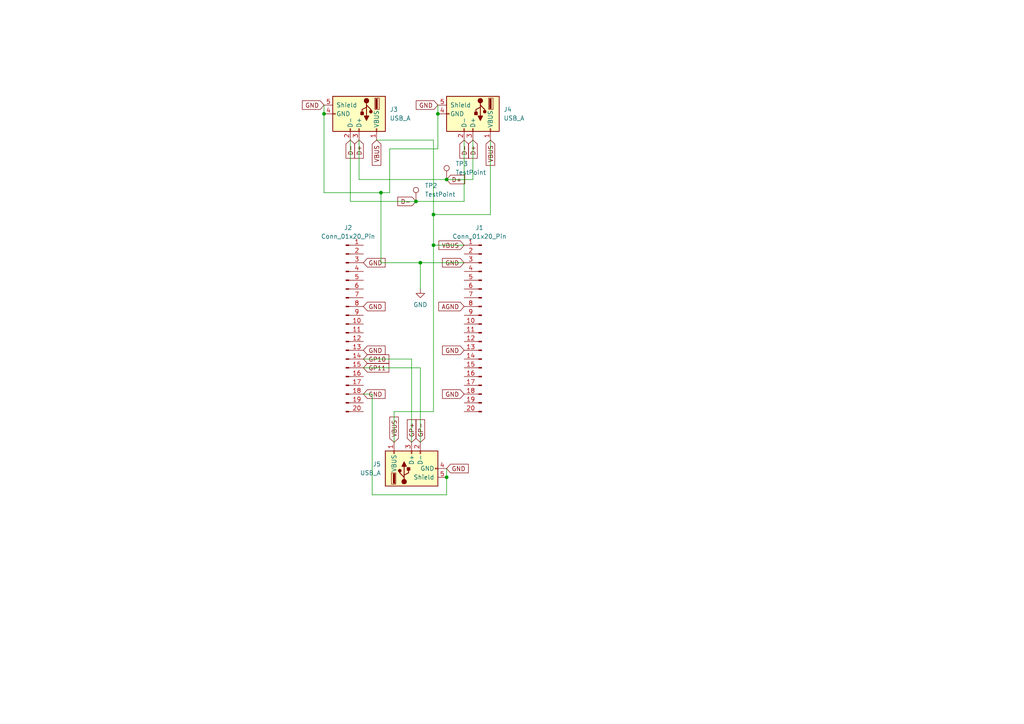
<source format=kicad_sch>
(kicad_sch
	(version 20231120)
	(generator "eeschema")
	(generator_version "8.0")
	(uuid "9d43937b-637b-4e93-a0f5-389eb6d1bd0c")
	(paper "A4")
	(lib_symbols
		(symbol "Connector:Conn_01x20_Pin"
			(pin_names
				(offset 1.016) hide)
			(exclude_from_sim no)
			(in_bom yes)
			(on_board yes)
			(property "Reference" "J"
				(at 0 25.4 0)
				(effects
					(font
						(size 1.27 1.27)
					)
				)
			)
			(property "Value" "Conn_01x20_Pin"
				(at 0 -27.94 0)
				(effects
					(font
						(size 1.27 1.27)
					)
				)
			)
			(property "Footprint" ""
				(at 0 0 0)
				(effects
					(font
						(size 1.27 1.27)
					)
					(hide yes)
				)
			)
			(property "Datasheet" "~"
				(at 0 0 0)
				(effects
					(font
						(size 1.27 1.27)
					)
					(hide yes)
				)
			)
			(property "Description" "Generic connector, single row, 01x20, script generated"
				(at 0 0 0)
				(effects
					(font
						(size 1.27 1.27)
					)
					(hide yes)
				)
			)
			(property "ki_locked" ""
				(at 0 0 0)
				(effects
					(font
						(size 1.27 1.27)
					)
				)
			)
			(property "ki_keywords" "connector"
				(at 0 0 0)
				(effects
					(font
						(size 1.27 1.27)
					)
					(hide yes)
				)
			)
			(property "ki_fp_filters" "Connector*:*_1x??_*"
				(at 0 0 0)
				(effects
					(font
						(size 1.27 1.27)
					)
					(hide yes)
				)
			)
			(symbol "Conn_01x20_Pin_1_1"
				(polyline
					(pts
						(xy 1.27 -25.4) (xy 0.8636 -25.4)
					)
					(stroke
						(width 0.1524)
						(type default)
					)
					(fill
						(type none)
					)
				)
				(polyline
					(pts
						(xy 1.27 -22.86) (xy 0.8636 -22.86)
					)
					(stroke
						(width 0.1524)
						(type default)
					)
					(fill
						(type none)
					)
				)
				(polyline
					(pts
						(xy 1.27 -20.32) (xy 0.8636 -20.32)
					)
					(stroke
						(width 0.1524)
						(type default)
					)
					(fill
						(type none)
					)
				)
				(polyline
					(pts
						(xy 1.27 -17.78) (xy 0.8636 -17.78)
					)
					(stroke
						(width 0.1524)
						(type default)
					)
					(fill
						(type none)
					)
				)
				(polyline
					(pts
						(xy 1.27 -15.24) (xy 0.8636 -15.24)
					)
					(stroke
						(width 0.1524)
						(type default)
					)
					(fill
						(type none)
					)
				)
				(polyline
					(pts
						(xy 1.27 -12.7) (xy 0.8636 -12.7)
					)
					(stroke
						(width 0.1524)
						(type default)
					)
					(fill
						(type none)
					)
				)
				(polyline
					(pts
						(xy 1.27 -10.16) (xy 0.8636 -10.16)
					)
					(stroke
						(width 0.1524)
						(type default)
					)
					(fill
						(type none)
					)
				)
				(polyline
					(pts
						(xy 1.27 -7.62) (xy 0.8636 -7.62)
					)
					(stroke
						(width 0.1524)
						(type default)
					)
					(fill
						(type none)
					)
				)
				(polyline
					(pts
						(xy 1.27 -5.08) (xy 0.8636 -5.08)
					)
					(stroke
						(width 0.1524)
						(type default)
					)
					(fill
						(type none)
					)
				)
				(polyline
					(pts
						(xy 1.27 -2.54) (xy 0.8636 -2.54)
					)
					(stroke
						(width 0.1524)
						(type default)
					)
					(fill
						(type none)
					)
				)
				(polyline
					(pts
						(xy 1.27 0) (xy 0.8636 0)
					)
					(stroke
						(width 0.1524)
						(type default)
					)
					(fill
						(type none)
					)
				)
				(polyline
					(pts
						(xy 1.27 2.54) (xy 0.8636 2.54)
					)
					(stroke
						(width 0.1524)
						(type default)
					)
					(fill
						(type none)
					)
				)
				(polyline
					(pts
						(xy 1.27 5.08) (xy 0.8636 5.08)
					)
					(stroke
						(width 0.1524)
						(type default)
					)
					(fill
						(type none)
					)
				)
				(polyline
					(pts
						(xy 1.27 7.62) (xy 0.8636 7.62)
					)
					(stroke
						(width 0.1524)
						(type default)
					)
					(fill
						(type none)
					)
				)
				(polyline
					(pts
						(xy 1.27 10.16) (xy 0.8636 10.16)
					)
					(stroke
						(width 0.1524)
						(type default)
					)
					(fill
						(type none)
					)
				)
				(polyline
					(pts
						(xy 1.27 12.7) (xy 0.8636 12.7)
					)
					(stroke
						(width 0.1524)
						(type default)
					)
					(fill
						(type none)
					)
				)
				(polyline
					(pts
						(xy 1.27 15.24) (xy 0.8636 15.24)
					)
					(stroke
						(width 0.1524)
						(type default)
					)
					(fill
						(type none)
					)
				)
				(polyline
					(pts
						(xy 1.27 17.78) (xy 0.8636 17.78)
					)
					(stroke
						(width 0.1524)
						(type default)
					)
					(fill
						(type none)
					)
				)
				(polyline
					(pts
						(xy 1.27 20.32) (xy 0.8636 20.32)
					)
					(stroke
						(width 0.1524)
						(type default)
					)
					(fill
						(type none)
					)
				)
				(polyline
					(pts
						(xy 1.27 22.86) (xy 0.8636 22.86)
					)
					(stroke
						(width 0.1524)
						(type default)
					)
					(fill
						(type none)
					)
				)
				(rectangle
					(start 0.8636 -25.273)
					(end 0 -25.527)
					(stroke
						(width 0.1524)
						(type default)
					)
					(fill
						(type outline)
					)
				)
				(rectangle
					(start 0.8636 -22.733)
					(end 0 -22.987)
					(stroke
						(width 0.1524)
						(type default)
					)
					(fill
						(type outline)
					)
				)
				(rectangle
					(start 0.8636 -20.193)
					(end 0 -20.447)
					(stroke
						(width 0.1524)
						(type default)
					)
					(fill
						(type outline)
					)
				)
				(rectangle
					(start 0.8636 -17.653)
					(end 0 -17.907)
					(stroke
						(width 0.1524)
						(type default)
					)
					(fill
						(type outline)
					)
				)
				(rectangle
					(start 0.8636 -15.113)
					(end 0 -15.367)
					(stroke
						(width 0.1524)
						(type default)
					)
					(fill
						(type outline)
					)
				)
				(rectangle
					(start 0.8636 -12.573)
					(end 0 -12.827)
					(stroke
						(width 0.1524)
						(type default)
					)
					(fill
						(type outline)
					)
				)
				(rectangle
					(start 0.8636 -10.033)
					(end 0 -10.287)
					(stroke
						(width 0.1524)
						(type default)
					)
					(fill
						(type outline)
					)
				)
				(rectangle
					(start 0.8636 -7.493)
					(end 0 -7.747)
					(stroke
						(width 0.1524)
						(type default)
					)
					(fill
						(type outline)
					)
				)
				(rectangle
					(start 0.8636 -4.953)
					(end 0 -5.207)
					(stroke
						(width 0.1524)
						(type default)
					)
					(fill
						(type outline)
					)
				)
				(rectangle
					(start 0.8636 -2.413)
					(end 0 -2.667)
					(stroke
						(width 0.1524)
						(type default)
					)
					(fill
						(type outline)
					)
				)
				(rectangle
					(start 0.8636 0.127)
					(end 0 -0.127)
					(stroke
						(width 0.1524)
						(type default)
					)
					(fill
						(type outline)
					)
				)
				(rectangle
					(start 0.8636 2.667)
					(end 0 2.413)
					(stroke
						(width 0.1524)
						(type default)
					)
					(fill
						(type outline)
					)
				)
				(rectangle
					(start 0.8636 5.207)
					(end 0 4.953)
					(stroke
						(width 0.1524)
						(type default)
					)
					(fill
						(type outline)
					)
				)
				(rectangle
					(start 0.8636 7.747)
					(end 0 7.493)
					(stroke
						(width 0.1524)
						(type default)
					)
					(fill
						(type outline)
					)
				)
				(rectangle
					(start 0.8636 10.287)
					(end 0 10.033)
					(stroke
						(width 0.1524)
						(type default)
					)
					(fill
						(type outline)
					)
				)
				(rectangle
					(start 0.8636 12.827)
					(end 0 12.573)
					(stroke
						(width 0.1524)
						(type default)
					)
					(fill
						(type outline)
					)
				)
				(rectangle
					(start 0.8636 15.367)
					(end 0 15.113)
					(stroke
						(width 0.1524)
						(type default)
					)
					(fill
						(type outline)
					)
				)
				(rectangle
					(start 0.8636 17.907)
					(end 0 17.653)
					(stroke
						(width 0.1524)
						(type default)
					)
					(fill
						(type outline)
					)
				)
				(rectangle
					(start 0.8636 20.447)
					(end 0 20.193)
					(stroke
						(width 0.1524)
						(type default)
					)
					(fill
						(type outline)
					)
				)
				(rectangle
					(start 0.8636 22.987)
					(end 0 22.733)
					(stroke
						(width 0.1524)
						(type default)
					)
					(fill
						(type outline)
					)
				)
				(pin passive line
					(at 5.08 22.86 180)
					(length 3.81)
					(name "Pin_1"
						(effects
							(font
								(size 1.27 1.27)
							)
						)
					)
					(number "1"
						(effects
							(font
								(size 1.27 1.27)
							)
						)
					)
				)
				(pin passive line
					(at 5.08 0 180)
					(length 3.81)
					(name "Pin_10"
						(effects
							(font
								(size 1.27 1.27)
							)
						)
					)
					(number "10"
						(effects
							(font
								(size 1.27 1.27)
							)
						)
					)
				)
				(pin passive line
					(at 5.08 -2.54 180)
					(length 3.81)
					(name "Pin_11"
						(effects
							(font
								(size 1.27 1.27)
							)
						)
					)
					(number "11"
						(effects
							(font
								(size 1.27 1.27)
							)
						)
					)
				)
				(pin passive line
					(at 5.08 -5.08 180)
					(length 3.81)
					(name "Pin_12"
						(effects
							(font
								(size 1.27 1.27)
							)
						)
					)
					(number "12"
						(effects
							(font
								(size 1.27 1.27)
							)
						)
					)
				)
				(pin passive line
					(at 5.08 -7.62 180)
					(length 3.81)
					(name "Pin_13"
						(effects
							(font
								(size 1.27 1.27)
							)
						)
					)
					(number "13"
						(effects
							(font
								(size 1.27 1.27)
							)
						)
					)
				)
				(pin passive line
					(at 5.08 -10.16 180)
					(length 3.81)
					(name "Pin_14"
						(effects
							(font
								(size 1.27 1.27)
							)
						)
					)
					(number "14"
						(effects
							(font
								(size 1.27 1.27)
							)
						)
					)
				)
				(pin passive line
					(at 5.08 -12.7 180)
					(length 3.81)
					(name "Pin_15"
						(effects
							(font
								(size 1.27 1.27)
							)
						)
					)
					(number "15"
						(effects
							(font
								(size 1.27 1.27)
							)
						)
					)
				)
				(pin passive line
					(at 5.08 -15.24 180)
					(length 3.81)
					(name "Pin_16"
						(effects
							(font
								(size 1.27 1.27)
							)
						)
					)
					(number "16"
						(effects
							(font
								(size 1.27 1.27)
							)
						)
					)
				)
				(pin passive line
					(at 5.08 -17.78 180)
					(length 3.81)
					(name "Pin_17"
						(effects
							(font
								(size 1.27 1.27)
							)
						)
					)
					(number "17"
						(effects
							(font
								(size 1.27 1.27)
							)
						)
					)
				)
				(pin passive line
					(at 5.08 -20.32 180)
					(length 3.81)
					(name "Pin_18"
						(effects
							(font
								(size 1.27 1.27)
							)
						)
					)
					(number "18"
						(effects
							(font
								(size 1.27 1.27)
							)
						)
					)
				)
				(pin passive line
					(at 5.08 -22.86 180)
					(length 3.81)
					(name "Pin_19"
						(effects
							(font
								(size 1.27 1.27)
							)
						)
					)
					(number "19"
						(effects
							(font
								(size 1.27 1.27)
							)
						)
					)
				)
				(pin passive line
					(at 5.08 20.32 180)
					(length 3.81)
					(name "Pin_2"
						(effects
							(font
								(size 1.27 1.27)
							)
						)
					)
					(number "2"
						(effects
							(font
								(size 1.27 1.27)
							)
						)
					)
				)
				(pin passive line
					(at 5.08 -25.4 180)
					(length 3.81)
					(name "Pin_20"
						(effects
							(font
								(size 1.27 1.27)
							)
						)
					)
					(number "20"
						(effects
							(font
								(size 1.27 1.27)
							)
						)
					)
				)
				(pin passive line
					(at 5.08 17.78 180)
					(length 3.81)
					(name "Pin_3"
						(effects
							(font
								(size 1.27 1.27)
							)
						)
					)
					(number "3"
						(effects
							(font
								(size 1.27 1.27)
							)
						)
					)
				)
				(pin passive line
					(at 5.08 15.24 180)
					(length 3.81)
					(name "Pin_4"
						(effects
							(font
								(size 1.27 1.27)
							)
						)
					)
					(number "4"
						(effects
							(font
								(size 1.27 1.27)
							)
						)
					)
				)
				(pin passive line
					(at 5.08 12.7 180)
					(length 3.81)
					(name "Pin_5"
						(effects
							(font
								(size 1.27 1.27)
							)
						)
					)
					(number "5"
						(effects
							(font
								(size 1.27 1.27)
							)
						)
					)
				)
				(pin passive line
					(at 5.08 10.16 180)
					(length 3.81)
					(name "Pin_6"
						(effects
							(font
								(size 1.27 1.27)
							)
						)
					)
					(number "6"
						(effects
							(font
								(size 1.27 1.27)
							)
						)
					)
				)
				(pin passive line
					(at 5.08 7.62 180)
					(length 3.81)
					(name "Pin_7"
						(effects
							(font
								(size 1.27 1.27)
							)
						)
					)
					(number "7"
						(effects
							(font
								(size 1.27 1.27)
							)
						)
					)
				)
				(pin passive line
					(at 5.08 5.08 180)
					(length 3.81)
					(name "Pin_8"
						(effects
							(font
								(size 1.27 1.27)
							)
						)
					)
					(number "8"
						(effects
							(font
								(size 1.27 1.27)
							)
						)
					)
				)
				(pin passive line
					(at 5.08 2.54 180)
					(length 3.81)
					(name "Pin_9"
						(effects
							(font
								(size 1.27 1.27)
							)
						)
					)
					(number "9"
						(effects
							(font
								(size 1.27 1.27)
							)
						)
					)
				)
			)
		)
		(symbol "Connector:TestPoint"
			(pin_numbers hide)
			(pin_names
				(offset 0.762) hide)
			(exclude_from_sim no)
			(in_bom yes)
			(on_board yes)
			(property "Reference" "TP"
				(at 0 6.858 0)
				(effects
					(font
						(size 1.27 1.27)
					)
				)
			)
			(property "Value" "TestPoint"
				(at 0 5.08 0)
				(effects
					(font
						(size 1.27 1.27)
					)
				)
			)
			(property "Footprint" ""
				(at 5.08 0 0)
				(effects
					(font
						(size 1.27 1.27)
					)
					(hide yes)
				)
			)
			(property "Datasheet" "~"
				(at 5.08 0 0)
				(effects
					(font
						(size 1.27 1.27)
					)
					(hide yes)
				)
			)
			(property "Description" "test point"
				(at 0 0 0)
				(effects
					(font
						(size 1.27 1.27)
					)
					(hide yes)
				)
			)
			(property "ki_keywords" "test point tp"
				(at 0 0 0)
				(effects
					(font
						(size 1.27 1.27)
					)
					(hide yes)
				)
			)
			(property "ki_fp_filters" "Pin* Test*"
				(at 0 0 0)
				(effects
					(font
						(size 1.27 1.27)
					)
					(hide yes)
				)
			)
			(symbol "TestPoint_0_1"
				(circle
					(center 0 3.302)
					(radius 0.762)
					(stroke
						(width 0)
						(type default)
					)
					(fill
						(type none)
					)
				)
			)
			(symbol "TestPoint_1_1"
				(pin passive line
					(at 0 0 90)
					(length 2.54)
					(name "1"
						(effects
							(font
								(size 1.27 1.27)
							)
						)
					)
					(number "1"
						(effects
							(font
								(size 1.27 1.27)
							)
						)
					)
				)
			)
		)
		(symbol "Connector:USB_A"
			(pin_names
				(offset 1.016)
			)
			(exclude_from_sim no)
			(in_bom yes)
			(on_board yes)
			(property "Reference" "J"
				(at -5.08 11.43 0)
				(effects
					(font
						(size 1.27 1.27)
					)
					(justify left)
				)
			)
			(property "Value" "USB_A"
				(at -5.08 8.89 0)
				(effects
					(font
						(size 1.27 1.27)
					)
					(justify left)
				)
			)
			(property "Footprint" ""
				(at 3.81 -1.27 0)
				(effects
					(font
						(size 1.27 1.27)
					)
					(hide yes)
				)
			)
			(property "Datasheet" "~"
				(at 3.81 -1.27 0)
				(effects
					(font
						(size 1.27 1.27)
					)
					(hide yes)
				)
			)
			(property "Description" "USB Type A connector"
				(at 0 0 0)
				(effects
					(font
						(size 1.27 1.27)
					)
					(hide yes)
				)
			)
			(property "ki_keywords" "connector USB"
				(at 0 0 0)
				(effects
					(font
						(size 1.27 1.27)
					)
					(hide yes)
				)
			)
			(property "ki_fp_filters" "USB*"
				(at 0 0 0)
				(effects
					(font
						(size 1.27 1.27)
					)
					(hide yes)
				)
			)
			(symbol "USB_A_0_1"
				(rectangle
					(start -5.08 -7.62)
					(end 5.08 7.62)
					(stroke
						(width 0.254)
						(type default)
					)
					(fill
						(type background)
					)
				)
				(circle
					(center -3.81 2.159)
					(radius 0.635)
					(stroke
						(width 0.254)
						(type default)
					)
					(fill
						(type outline)
					)
				)
				(rectangle
					(start -1.524 4.826)
					(end -4.318 5.334)
					(stroke
						(width 0)
						(type default)
					)
					(fill
						(type outline)
					)
				)
				(rectangle
					(start -1.27 4.572)
					(end -4.572 5.842)
					(stroke
						(width 0)
						(type default)
					)
					(fill
						(type none)
					)
				)
				(circle
					(center -0.635 3.429)
					(radius 0.381)
					(stroke
						(width 0.254)
						(type default)
					)
					(fill
						(type outline)
					)
				)
				(rectangle
					(start -0.127 -7.62)
					(end 0.127 -6.858)
					(stroke
						(width 0)
						(type default)
					)
					(fill
						(type none)
					)
				)
				(polyline
					(pts
						(xy -3.175 2.159) (xy -2.54 2.159) (xy -1.27 3.429) (xy -0.635 3.429)
					)
					(stroke
						(width 0.254)
						(type default)
					)
					(fill
						(type none)
					)
				)
				(polyline
					(pts
						(xy -2.54 2.159) (xy -1.905 2.159) (xy -1.27 0.889) (xy 0 0.889)
					)
					(stroke
						(width 0.254)
						(type default)
					)
					(fill
						(type none)
					)
				)
				(polyline
					(pts
						(xy 0.635 2.794) (xy 0.635 1.524) (xy 1.905 2.159) (xy 0.635 2.794)
					)
					(stroke
						(width 0.254)
						(type default)
					)
					(fill
						(type outline)
					)
				)
				(rectangle
					(start 0.254 1.27)
					(end -0.508 0.508)
					(stroke
						(width 0.254)
						(type default)
					)
					(fill
						(type outline)
					)
				)
				(rectangle
					(start 5.08 -2.667)
					(end 4.318 -2.413)
					(stroke
						(width 0)
						(type default)
					)
					(fill
						(type none)
					)
				)
				(rectangle
					(start 5.08 -0.127)
					(end 4.318 0.127)
					(stroke
						(width 0)
						(type default)
					)
					(fill
						(type none)
					)
				)
				(rectangle
					(start 5.08 4.953)
					(end 4.318 5.207)
					(stroke
						(width 0)
						(type default)
					)
					(fill
						(type none)
					)
				)
			)
			(symbol "USB_A_1_1"
				(polyline
					(pts
						(xy -1.905 2.159) (xy 0.635 2.159)
					)
					(stroke
						(width 0.254)
						(type default)
					)
					(fill
						(type none)
					)
				)
				(pin power_in line
					(at 7.62 5.08 180)
					(length 2.54)
					(name "VBUS"
						(effects
							(font
								(size 1.27 1.27)
							)
						)
					)
					(number "1"
						(effects
							(font
								(size 1.27 1.27)
							)
						)
					)
				)
				(pin bidirectional line
					(at 7.62 -2.54 180)
					(length 2.54)
					(name "D-"
						(effects
							(font
								(size 1.27 1.27)
							)
						)
					)
					(number "2"
						(effects
							(font
								(size 1.27 1.27)
							)
						)
					)
				)
				(pin bidirectional line
					(at 7.62 0 180)
					(length 2.54)
					(name "D+"
						(effects
							(font
								(size 1.27 1.27)
							)
						)
					)
					(number "3"
						(effects
							(font
								(size 1.27 1.27)
							)
						)
					)
				)
				(pin power_in line
					(at 0 -10.16 90)
					(length 2.54)
					(name "GND"
						(effects
							(font
								(size 1.27 1.27)
							)
						)
					)
					(number "4"
						(effects
							(font
								(size 1.27 1.27)
							)
						)
					)
				)
				(pin passive line
					(at -2.54 -10.16 90)
					(length 2.54)
					(name "Shield"
						(effects
							(font
								(size 1.27 1.27)
							)
						)
					)
					(number "5"
						(effects
							(font
								(size 1.27 1.27)
							)
						)
					)
				)
			)
		)
		(symbol "power:GND"
			(power)
			(pin_numbers hide)
			(pin_names
				(offset 0) hide)
			(exclude_from_sim no)
			(in_bom yes)
			(on_board yes)
			(property "Reference" "#PWR"
				(at 0 -6.35 0)
				(effects
					(font
						(size 1.27 1.27)
					)
					(hide yes)
				)
			)
			(property "Value" "GND"
				(at 0 -3.81 0)
				(effects
					(font
						(size 1.27 1.27)
					)
				)
			)
			(property "Footprint" ""
				(at 0 0 0)
				(effects
					(font
						(size 1.27 1.27)
					)
					(hide yes)
				)
			)
			(property "Datasheet" ""
				(at 0 0 0)
				(effects
					(font
						(size 1.27 1.27)
					)
					(hide yes)
				)
			)
			(property "Description" "Power symbol creates a global label with name \"GND\" , ground"
				(at 0 0 0)
				(effects
					(font
						(size 1.27 1.27)
					)
					(hide yes)
				)
			)
			(property "ki_keywords" "global power"
				(at 0 0 0)
				(effects
					(font
						(size 1.27 1.27)
					)
					(hide yes)
				)
			)
			(symbol "GND_0_1"
				(polyline
					(pts
						(xy 0 0) (xy 0 -1.27) (xy 1.27 -1.27) (xy 0 -2.54) (xy -1.27 -1.27) (xy 0 -1.27)
					)
					(stroke
						(width 0)
						(type default)
					)
					(fill
						(type none)
					)
				)
			)
			(symbol "GND_1_1"
				(pin power_in line
					(at 0 0 270)
					(length 0)
					(name "~"
						(effects
							(font
								(size 1.27 1.27)
							)
						)
					)
					(number "1"
						(effects
							(font
								(size 1.27 1.27)
							)
						)
					)
				)
			)
		)
	)
	(junction
		(at 125.73 62.23)
		(diameter 0)
		(color 0 0 0 0)
		(uuid "0d7c4d64-d1ac-4cd9-8280-c54b8293965d")
	)
	(junction
		(at 121.92 76.2)
		(diameter 0)
		(color 0 0 0 0)
		(uuid "0de737d3-68b1-475a-b0b7-6a168b7cec55")
	)
	(junction
		(at 127 33.02)
		(diameter 0)
		(color 0 0 0 0)
		(uuid "0e21776c-1579-45f0-8af3-86827a299acb")
	)
	(junction
		(at 129.54 52.07)
		(diameter 0)
		(color 0 0 0 0)
		(uuid "35aa7c85-a993-489e-9dcd-c60b42f89fc2")
	)
	(junction
		(at 125.73 71.12)
		(diameter 0)
		(color 0 0 0 0)
		(uuid "3d4d5b85-0a15-4e07-9288-ab928d8545ed")
	)
	(junction
		(at 93.98 33.02)
		(diameter 0)
		(color 0 0 0 0)
		(uuid "4df1b269-0adc-4708-8859-52a0253f570c")
	)
	(junction
		(at 129.54 138.43)
		(diameter 0)
		(color 0 0 0 0)
		(uuid "9100b492-6ea9-4e48-b040-277b682e03d0")
	)
	(junction
		(at 110.49 55.88)
		(diameter 0)
		(color 0 0 0 0)
		(uuid "e35c4cad-3d91-4f4e-a509-34144677688d")
	)
	(junction
		(at 120.65 58.42)
		(diameter 0)
		(color 0 0 0 0)
		(uuid "e866f84f-1004-4d3f-bc0a-ce31d18f33e6")
	)
	(wire
		(pts
			(xy 129.54 135.89) (xy 129.54 138.43)
		)
		(stroke
			(width 0)
			(type default)
		)
		(uuid "0a5f78bb-b36d-46a4-900e-22d453aeb168")
	)
	(wire
		(pts
			(xy 137.16 52.07) (xy 129.54 52.07)
		)
		(stroke
			(width 0)
			(type default)
		)
		(uuid "0cac910d-e469-439f-aed7-c0cfa0ee95e5")
	)
	(wire
		(pts
			(xy 110.49 55.88) (xy 110.49 76.2)
		)
		(stroke
			(width 0)
			(type default)
		)
		(uuid "1fd19cb9-3bc0-4a20-abf1-cae648405d96")
	)
	(wire
		(pts
			(xy 101.6 40.64) (xy 101.6 58.42)
		)
		(stroke
			(width 0)
			(type default)
		)
		(uuid "1fd1b363-98a5-4fd8-b7ff-f1fa431c956c")
	)
	(wire
		(pts
			(xy 125.73 62.23) (xy 125.73 71.12)
		)
		(stroke
			(width 0)
			(type default)
		)
		(uuid "20336b41-6f08-4e31-8c17-7ef35b676917")
	)
	(wire
		(pts
			(xy 107.95 114.3) (xy 107.95 143.51)
		)
		(stroke
			(width 0)
			(type default)
		)
		(uuid "20abfdf0-e314-4d48-8d03-c304fe9728c9")
	)
	(wire
		(pts
			(xy 114.3 119.38) (xy 125.73 119.38)
		)
		(stroke
			(width 0)
			(type default)
		)
		(uuid "218f139e-a917-45c7-89e8-b848462b362f")
	)
	(wire
		(pts
			(xy 104.14 52.07) (xy 129.54 52.07)
		)
		(stroke
			(width 0)
			(type default)
		)
		(uuid "31bdc8b3-594c-413d-8224-9f9d6bcec68e")
	)
	(wire
		(pts
			(xy 93.98 33.02) (xy 93.98 55.88)
		)
		(stroke
			(width 0)
			(type default)
		)
		(uuid "39772cc5-aa9b-4222-ab40-945504d4aa87")
	)
	(wire
		(pts
			(xy 137.16 40.64) (xy 137.16 52.07)
		)
		(stroke
			(width 0)
			(type default)
		)
		(uuid "435af153-a745-48e8-8816-2ab85f26d8b5")
	)
	(wire
		(pts
			(xy 109.22 40.64) (xy 125.73 40.64)
		)
		(stroke
			(width 0)
			(type default)
		)
		(uuid "4bccabe6-e635-48a3-8b05-c94921146a27")
	)
	(wire
		(pts
			(xy 121.92 76.2) (xy 134.62 76.2)
		)
		(stroke
			(width 0)
			(type default)
		)
		(uuid "4cbaa9de-b8d4-4898-aa65-c780e3db399f")
	)
	(wire
		(pts
			(xy 105.41 104.14) (xy 119.38 104.14)
		)
		(stroke
			(width 0)
			(type default)
		)
		(uuid "50177126-e254-49ea-a22f-a086f86d18b4")
	)
	(wire
		(pts
			(xy 105.41 114.3) (xy 107.95 114.3)
		)
		(stroke
			(width 0)
			(type default)
		)
		(uuid "523180a4-b897-46c3-81fd-4e314ba02dbe")
	)
	(wire
		(pts
			(xy 142.24 62.23) (xy 125.73 62.23)
		)
		(stroke
			(width 0)
			(type default)
		)
		(uuid "55a1c464-153c-4890-b7cf-a212be48489a")
	)
	(wire
		(pts
			(xy 134.62 58.42) (xy 120.65 58.42)
		)
		(stroke
			(width 0)
			(type default)
		)
		(uuid "669312bc-cc0a-4cb5-ab3a-c4bda59df920")
	)
	(wire
		(pts
			(xy 93.98 55.88) (xy 110.49 55.88)
		)
		(stroke
			(width 0)
			(type default)
		)
		(uuid "69e61e11-a8b7-4ea4-ba8c-7d8cf9f21cb1")
	)
	(wire
		(pts
			(xy 127 43.18) (xy 113.03 43.18)
		)
		(stroke
			(width 0)
			(type default)
		)
		(uuid "76b593c0-3cc4-4dcf-bdb9-ca53348a422a")
	)
	(wire
		(pts
			(xy 114.3 128.27) (xy 114.3 119.38)
		)
		(stroke
			(width 0)
			(type default)
		)
		(uuid "7d1777a0-46f5-4273-8a9f-be3256813b72")
	)
	(wire
		(pts
			(xy 121.92 106.68) (xy 121.92 128.27)
		)
		(stroke
			(width 0)
			(type default)
		)
		(uuid "7fc32494-72a7-427a-9750-e0e517a18f0f")
	)
	(wire
		(pts
			(xy 129.54 143.51) (xy 129.54 138.43)
		)
		(stroke
			(width 0)
			(type default)
		)
		(uuid "833311d4-7180-4261-8f13-0055bc4cd605")
	)
	(wire
		(pts
			(xy 127 33.02) (xy 127 43.18)
		)
		(stroke
			(width 0)
			(type default)
		)
		(uuid "8d4a8851-850b-4de3-9bf5-63aaa77e9b8e")
	)
	(wire
		(pts
			(xy 110.49 55.88) (xy 113.03 55.88)
		)
		(stroke
			(width 0)
			(type default)
		)
		(uuid "8f60ffb4-1449-4c82-b257-2393c022252b")
	)
	(wire
		(pts
			(xy 93.98 30.48) (xy 93.98 33.02)
		)
		(stroke
			(width 0)
			(type default)
		)
		(uuid "9cb2ed16-4ea0-4a6d-a417-1ece01364700")
	)
	(wire
		(pts
			(xy 105.41 106.68) (xy 121.92 106.68)
		)
		(stroke
			(width 0)
			(type default)
		)
		(uuid "a20b7135-e818-4883-8d6c-232c148fb969")
	)
	(wire
		(pts
			(xy 121.92 83.82) (xy 121.92 76.2)
		)
		(stroke
			(width 0)
			(type default)
		)
		(uuid "a7871fba-b802-42a4-aa6a-952f18042e27")
	)
	(wire
		(pts
			(xy 101.6 58.42) (xy 120.65 58.42)
		)
		(stroke
			(width 0)
			(type default)
		)
		(uuid "b35225e2-2a15-40f3-8dbc-aa78c2d90ba7")
	)
	(wire
		(pts
			(xy 107.95 143.51) (xy 129.54 143.51)
		)
		(stroke
			(width 0)
			(type default)
		)
		(uuid "b7778fc3-e4a9-4bbe-ac5f-e1aed149297c")
	)
	(wire
		(pts
			(xy 125.73 71.12) (xy 134.62 71.12)
		)
		(stroke
			(width 0)
			(type default)
		)
		(uuid "c2a214b4-6368-435b-8b5a-8fe8acdfe451")
	)
	(wire
		(pts
			(xy 119.38 104.14) (xy 119.38 128.27)
		)
		(stroke
			(width 0)
			(type default)
		)
		(uuid "c41bbe24-99cd-4669-8d87-fd1cf6405694")
	)
	(wire
		(pts
			(xy 127 30.48) (xy 127 33.02)
		)
		(stroke
			(width 0)
			(type default)
		)
		(uuid "cd981845-c412-42f5-8ba2-385da0bcd4b9")
	)
	(wire
		(pts
			(xy 142.24 40.64) (xy 142.24 62.23)
		)
		(stroke
			(width 0)
			(type default)
		)
		(uuid "de665396-ee89-41ae-9efa-b2ccce090f70")
	)
	(wire
		(pts
			(xy 125.73 40.64) (xy 125.73 62.23)
		)
		(stroke
			(width 0)
			(type default)
		)
		(uuid "e65226f5-c3ad-48d0-b162-0ef4e45aa9e6")
	)
	(wire
		(pts
			(xy 104.14 40.64) (xy 104.14 52.07)
		)
		(stroke
			(width 0)
			(type default)
		)
		(uuid "e781023c-d91f-4479-a0a3-a5353d16e507")
	)
	(wire
		(pts
			(xy 134.62 40.64) (xy 134.62 58.42)
		)
		(stroke
			(width 0)
			(type default)
		)
		(uuid "ec5ff76a-5219-43cc-b0c1-cf2372b68f25")
	)
	(wire
		(pts
			(xy 113.03 43.18) (xy 113.03 55.88)
		)
		(stroke
			(width 0)
			(type default)
		)
		(uuid "ee6cd4c5-d6ab-4ac5-a4bb-1169c84253a5")
	)
	(wire
		(pts
			(xy 110.49 76.2) (xy 121.92 76.2)
		)
		(stroke
			(width 0)
			(type default)
		)
		(uuid "f281c81d-8081-46ca-9fe7-a2c6e0644149")
	)
	(wire
		(pts
			(xy 125.73 119.38) (xy 125.73 71.12)
		)
		(stroke
			(width 0)
			(type default)
		)
		(uuid "f7ed1edf-3f51-4fdf-a7d1-c58be18a7790")
	)
	(global_label "D+"
		(shape input)
		(at 104.14 40.64 270)
		(fields_autoplaced yes)
		(effects
			(font
				(size 1.27 1.27)
			)
			(justify right)
		)
		(uuid "01549613-1a7a-44a1-964b-2d345d475822")
		(property "Intersheetrefs" "${INTERSHEET_REFS}"
			(at 104.14 46.4676 90)
			(effects
				(font
					(size 1.27 1.27)
				)
				(justify right)
				(hide yes)
			)
		)
	)
	(global_label "GND"
		(shape input)
		(at 134.62 101.6 180)
		(fields_autoplaced yes)
		(effects
			(font
				(size 1.27 1.27)
			)
			(justify right)
		)
		(uuid "0a79d6a1-fae9-4e88-9ebe-ac7aa1507bd0")
		(property "Intersheetrefs" "${INTERSHEET_REFS}"
			(at 127.7643 101.6 0)
			(effects
				(font
					(size 1.27 1.27)
				)
				(justify right)
				(hide yes)
			)
		)
	)
	(global_label "GND"
		(shape input)
		(at 105.41 76.2 0)
		(fields_autoplaced yes)
		(effects
			(font
				(size 1.27 1.27)
			)
			(justify left)
		)
		(uuid "1225eaec-f9f5-46e1-b3ff-22d99139ac34")
		(property "Intersheetrefs" "${INTERSHEET_REFS}"
			(at 112.2657 76.2 0)
			(effects
				(font
					(size 1.27 1.27)
				)
				(justify left)
				(hide yes)
			)
		)
	)
	(global_label "GND"
		(shape input)
		(at 105.41 101.6 0)
		(fields_autoplaced yes)
		(effects
			(font
				(size 1.27 1.27)
			)
			(justify left)
		)
		(uuid "30b134dd-b0c2-4fe7-9a90-7c2222d26a4a")
		(property "Intersheetrefs" "${INTERSHEET_REFS}"
			(at 112.2657 101.6 0)
			(effects
				(font
					(size 1.27 1.27)
				)
				(justify left)
				(hide yes)
			)
		)
	)
	(global_label "GND"
		(shape input)
		(at 127 30.48 180)
		(fields_autoplaced yes)
		(effects
			(font
				(size 1.27 1.27)
			)
			(justify right)
		)
		(uuid "4c3da992-e671-4f91-bca0-7d2fc6a192c6")
		(property "Intersheetrefs" "${INTERSHEET_REFS}"
			(at 120.1443 30.48 0)
			(effects
				(font
					(size 1.27 1.27)
				)
				(justify right)
				(hide yes)
			)
		)
	)
	(global_label "GND"
		(shape input)
		(at 134.62 114.3 180)
		(fields_autoplaced yes)
		(effects
			(font
				(size 1.27 1.27)
			)
			(justify right)
		)
		(uuid "520acad1-7654-43da-b026-1465a956a097")
		(property "Intersheetrefs" "${INTERSHEET_REFS}"
			(at 127.7643 114.3 0)
			(effects
				(font
					(size 1.27 1.27)
				)
				(justify right)
				(hide yes)
			)
		)
	)
	(global_label "VBUS"
		(shape input)
		(at 109.22 40.64 270)
		(fields_autoplaced yes)
		(effects
			(font
				(size 1.27 1.27)
			)
			(justify right)
		)
		(uuid "56511648-2477-4500-b627-fe2f2662c6db")
		(property "Intersheetrefs" "${INTERSHEET_REFS}"
			(at 109.22 48.5238 90)
			(effects
				(font
					(size 1.27 1.27)
				)
				(justify right)
				(hide yes)
			)
		)
	)
	(global_label "GND"
		(shape input)
		(at 129.54 135.89 0)
		(fields_autoplaced yes)
		(effects
			(font
				(size 1.27 1.27)
			)
			(justify left)
		)
		(uuid "65ae1f33-e490-4a77-ac47-110cec449513")
		(property "Intersheetrefs" "${INTERSHEET_REFS}"
			(at 136.3957 135.89 0)
			(effects
				(font
					(size 1.27 1.27)
				)
				(justify left)
				(hide yes)
			)
		)
	)
	(global_label "GP+"
		(shape input)
		(at 119.38 128.27 90)
		(fields_autoplaced yes)
		(effects
			(font
				(size 1.27 1.27)
			)
			(justify left)
		)
		(uuid "673c4bc8-54d1-4705-a2e2-5e587be5d15c")
		(property "Intersheetrefs" "${INTERSHEET_REFS}"
			(at 119.38 121.1724 90)
			(effects
				(font
					(size 1.27 1.27)
				)
				(justify left)
				(hide yes)
			)
		)
	)
	(global_label "VBUS"
		(shape input)
		(at 114.3 128.27 90)
		(fields_autoplaced yes)
		(effects
			(font
				(size 1.27 1.27)
			)
			(justify left)
		)
		(uuid "6da4615a-d8cc-4017-87f4-c495d3723a4f")
		(property "Intersheetrefs" "${INTERSHEET_REFS}"
			(at 114.3 120.3862 90)
			(effects
				(font
					(size 1.27 1.27)
				)
				(justify left)
				(hide yes)
			)
		)
	)
	(global_label "D-"
		(shape input)
		(at 101.6 40.64 270)
		(fields_autoplaced yes)
		(effects
			(font
				(size 1.27 1.27)
			)
			(justify right)
		)
		(uuid "76fb2647-745a-4cd2-beef-63fd7daebf4e")
		(property "Intersheetrefs" "${INTERSHEET_REFS}"
			(at 101.6 46.4676 90)
			(effects
				(font
					(size 1.27 1.27)
				)
				(justify right)
				(hide yes)
			)
		)
	)
	(global_label "GND"
		(shape input)
		(at 105.41 88.9 0)
		(fields_autoplaced yes)
		(effects
			(font
				(size 1.27 1.27)
			)
			(justify left)
		)
		(uuid "8e35244c-a5ab-458d-af99-881658d482d0")
		(property "Intersheetrefs" "${INTERSHEET_REFS}"
			(at 112.2657 88.9 0)
			(effects
				(font
					(size 1.27 1.27)
				)
				(justify left)
				(hide yes)
			)
		)
	)
	(global_label "GP11"
		(shape input)
		(at 105.41 106.68 0)
		(fields_autoplaced yes)
		(effects
			(font
				(size 1.27 1.27)
			)
			(justify left)
		)
		(uuid "8fca17a5-f6ff-4836-ad66-cce6688e7b6a")
		(property "Intersheetrefs" "${INTERSHEET_REFS}"
			(at 113.3542 106.68 0)
			(effects
				(font
					(size 1.27 1.27)
				)
				(justify left)
				(hide yes)
			)
		)
	)
	(global_label "VBUS"
		(shape input)
		(at 142.24 40.64 270)
		(fields_autoplaced yes)
		(effects
			(font
				(size 1.27 1.27)
			)
			(justify right)
		)
		(uuid "910d3005-93c0-4231-bb5e-83bfbb5f85c9")
		(property "Intersheetrefs" "${INTERSHEET_REFS}"
			(at 142.24 48.5238 90)
			(effects
				(font
					(size 1.27 1.27)
				)
				(justify right)
				(hide yes)
			)
		)
	)
	(global_label "D-"
		(shape input)
		(at 134.62 40.64 270)
		(fields_autoplaced yes)
		(effects
			(font
				(size 1.27 1.27)
			)
			(justify right)
		)
		(uuid "94185d31-1ace-46b5-8907-aea9a5b84fce")
		(property "Intersheetrefs" "${INTERSHEET_REFS}"
			(at 134.62 46.4676 90)
			(effects
				(font
					(size 1.27 1.27)
				)
				(justify right)
				(hide yes)
			)
		)
	)
	(global_label "VBUS"
		(shape input)
		(at 134.62 71.12 180)
		(fields_autoplaced yes)
		(effects
			(font
				(size 1.27 1.27)
			)
			(justify right)
		)
		(uuid "b01d7ce6-cc09-4599-8b78-2ba3aade2b8f")
		(property "Intersheetrefs" "${INTERSHEET_REFS}"
			(at 126.7362 71.12 0)
			(effects
				(font
					(size 1.27 1.27)
				)
				(justify right)
				(hide yes)
			)
		)
	)
	(global_label "GP10"
		(shape input)
		(at 105.41 104.14 0)
		(fields_autoplaced yes)
		(effects
			(font
				(size 1.27 1.27)
			)
			(justify left)
		)
		(uuid "b2a4702e-60ea-4f72-8cd7-93f122a4f9e6")
		(property "Intersheetrefs" "${INTERSHEET_REFS}"
			(at 113.3542 104.14 0)
			(effects
				(font
					(size 1.27 1.27)
				)
				(justify left)
				(hide yes)
			)
		)
	)
	(global_label "GND"
		(shape input)
		(at 134.62 76.2 180)
		(fields_autoplaced yes)
		(effects
			(font
				(size 1.27 1.27)
			)
			(justify right)
		)
		(uuid "b3031cde-407c-4bac-99a3-c48f290cde2e")
		(property "Intersheetrefs" "${INTERSHEET_REFS}"
			(at 127.7643 76.2 0)
			(effects
				(font
					(size 1.27 1.27)
				)
				(justify right)
				(hide yes)
			)
		)
	)
	(global_label "AGND"
		(shape input)
		(at 134.62 88.9 180)
		(fields_autoplaced yes)
		(effects
			(font
				(size 1.27 1.27)
			)
			(justify right)
		)
		(uuid "bbf90ecd-3f15-4d18-98ae-41c3cf06ccc3")
		(property "Intersheetrefs" "${INTERSHEET_REFS}"
			(at 126.6757 88.9 0)
			(effects
				(font
					(size 1.27 1.27)
				)
				(justify right)
				(hide yes)
			)
		)
	)
	(global_label "GND"
		(shape input)
		(at 93.98 30.48 180)
		(fields_autoplaced yes)
		(effects
			(font
				(size 1.27 1.27)
			)
			(justify right)
		)
		(uuid "c1aaf6d3-cd32-4acf-b5f3-33d622276034")
		(property "Intersheetrefs" "${INTERSHEET_REFS}"
			(at 87.1243 30.48 0)
			(effects
				(font
					(size 1.27 1.27)
				)
				(justify right)
				(hide yes)
			)
		)
	)
	(global_label "D+"
		(shape input)
		(at 137.16 40.64 270)
		(fields_autoplaced yes)
		(effects
			(font
				(size 1.27 1.27)
			)
			(justify right)
		)
		(uuid "cafd4149-00c6-4d32-b24f-ec5cd6749335")
		(property "Intersheetrefs" "${INTERSHEET_REFS}"
			(at 137.16 46.4676 90)
			(effects
				(font
					(size 1.27 1.27)
				)
				(justify right)
				(hide yes)
			)
		)
	)
	(global_label "GND"
		(shape input)
		(at 105.41 114.3 0)
		(fields_autoplaced yes)
		(effects
			(font
				(size 1.27 1.27)
			)
			(justify left)
		)
		(uuid "d53712cd-2ec3-4cc6-b73a-d7b089017221")
		(property "Intersheetrefs" "${INTERSHEET_REFS}"
			(at 112.2657 114.3 0)
			(effects
				(font
					(size 1.27 1.27)
				)
				(justify left)
				(hide yes)
			)
		)
	)
	(global_label "D-"
		(shape input)
		(at 120.65 58.42 180)
		(fields_autoplaced yes)
		(effects
			(font
				(size 1.27 1.27)
			)
			(justify right)
		)
		(uuid "f315a75d-b5dc-48ca-9250-99d7108c71ca")
		(property "Intersheetrefs" "${INTERSHEET_REFS}"
			(at 114.8224 58.42 0)
			(effects
				(font
					(size 1.27 1.27)
				)
				(justify right)
				(hide yes)
			)
		)
	)
	(global_label "D+"
		(shape input)
		(at 129.54 52.07 0)
		(fields_autoplaced yes)
		(effects
			(font
				(size 1.27 1.27)
			)
			(justify left)
		)
		(uuid "f42538db-f529-4b6a-8c08-da8db39033e3")
		(property "Intersheetrefs" "${INTERSHEET_REFS}"
			(at 135.3676 52.07 0)
			(effects
				(font
					(size 1.27 1.27)
				)
				(justify left)
				(hide yes)
			)
		)
	)
	(global_label "GP-"
		(shape input)
		(at 121.92 128.27 90)
		(fields_autoplaced yes)
		(effects
			(font
				(size 1.27 1.27)
			)
			(justify left)
		)
		(uuid "f459000c-ec1b-49e2-bd7f-fba223333078")
		(property "Intersheetrefs" "${INTERSHEET_REFS}"
			(at 121.92 121.1724 90)
			(effects
				(font
					(size 1.27 1.27)
				)
				(justify left)
				(hide yes)
			)
		)
	)
	(symbol
		(lib_id "Connector:USB_A")
		(at 137.16 33.02 270)
		(unit 1)
		(exclude_from_sim no)
		(in_bom yes)
		(on_board yes)
		(dnp no)
		(fields_autoplaced yes)
		(uuid "25504668-6bbf-4fa7-ad33-0ff91e505b82")
		(property "Reference" "J4"
			(at 146.05 31.7499 90)
			(effects
				(font
					(size 1.27 1.27)
				)
				(justify left)
			)
		)
		(property "Value" "USB_A"
			(at 146.05 34.2899 90)
			(effects
				(font
					(size 1.27 1.27)
				)
				(justify left)
			)
		)
		(property "Footprint" "Connector_USB:USB_A_CNCTech_1001-011-01101_Horizontal"
			(at 135.89 36.83 0)
			(effects
				(font
					(size 1.27 1.27)
				)
				(hide yes)
			)
		)
		(property "Datasheet" "~"
			(at 135.89 36.83 0)
			(effects
				(font
					(size 1.27 1.27)
				)
				(hide yes)
			)
		)
		(property "Description" "USB Type A connector"
			(at 137.16 33.02 0)
			(effects
				(font
					(size 1.27 1.27)
				)
				(hide yes)
			)
		)
		(pin "5"
			(uuid "fb4418da-8ceb-4c81-9501-41f4d841eedb")
		)
		(pin "4"
			(uuid "dc1d0977-80d1-4a7d-92f6-880f26f45b3c")
		)
		(pin "3"
			(uuid "eddb12a8-1047-430a-8daf-0239b96c85da")
		)
		(pin "2"
			(uuid "d942665b-8643-453a-a74f-2575af03b811")
		)
		(pin "1"
			(uuid "1417f345-2fd2-48fe-98e7-688d6f000e4d")
		)
		(instances
			(project "receiverBoard"
				(path "/9d43937b-637b-4e93-a0f5-389eb6d1bd0c"
					(reference "J4")
					(unit 1)
				)
			)
		)
	)
	(symbol
		(lib_id "Connector:Conn_01x20_Pin")
		(at 100.33 93.98 0)
		(unit 1)
		(exclude_from_sim no)
		(in_bom yes)
		(on_board yes)
		(dnp no)
		(uuid "2dec27e1-6a19-48c1-af9b-6d2fb817cb67")
		(property "Reference" "J2"
			(at 100.965 66.04 0)
			(effects
				(font
					(size 1.27 1.27)
				)
			)
		)
		(property "Value" "Conn_01x20_Pin"
			(at 100.965 68.58 0)
			(effects
				(font
					(size 1.27 1.27)
				)
			)
		)
		(property "Footprint" "CustomFootprints:PinHeader_1x20_P2.54mm_Vertical_Low_Profile"
			(at 100.33 93.98 0)
			(effects
				(font
					(size 1.27 1.27)
				)
				(hide yes)
			)
		)
		(property "Datasheet" "~"
			(at 100.33 93.98 0)
			(effects
				(font
					(size 1.27 1.27)
				)
				(hide yes)
			)
		)
		(property "Description" "Generic connector, single row, 01x20, script generated"
			(at 100.33 93.98 0)
			(effects
				(font
					(size 1.27 1.27)
				)
				(hide yes)
			)
		)
		(pin "9"
			(uuid "8a825623-6828-4382-b624-b80da49503e5")
		)
		(pin "20"
			(uuid "72115a41-2c4b-46d4-a299-81902f97d88f")
		)
		(pin "10"
			(uuid "b873651d-0fdf-4d1c-a9ae-04d8af0cff50")
		)
		(pin "2"
			(uuid "527658e0-8b1f-41b3-a007-02deb30e1887")
		)
		(pin "8"
			(uuid "72bd7496-16e1-4507-8bb7-5a2eb4110b54")
		)
		(pin "15"
			(uuid "06a0dde7-5968-46d7-8610-fe976ec688d1")
		)
		(pin "12"
			(uuid "0bbf1115-d802-4d19-b7d1-b64fd3aae041")
		)
		(pin "3"
			(uuid "a19e90c0-c36a-47c1-9b75-f36e35d646ae")
		)
		(pin "16"
			(uuid "762e307a-021b-4816-ab0f-7640da70e1c9")
		)
		(pin "11"
			(uuid "3b557b30-be63-4676-880c-ed4c96fd0267")
		)
		(pin "7"
			(uuid "e00d81a9-7761-4475-b8ff-f8c9bb16a467")
		)
		(pin "17"
			(uuid "6a94b036-b14a-40cb-930c-c7bf31751399")
		)
		(pin "18"
			(uuid "013dc31d-6bc8-48b2-bf84-c3dcf58a5dd8")
		)
		(pin "4"
			(uuid "f78ae11b-798c-4476-89c8-32d05cd9a129")
		)
		(pin "5"
			(uuid "81c16ac9-2dba-4fe5-b369-9b7b1eb2a667")
		)
		(pin "6"
			(uuid "7c38bcf1-8ee4-43d3-bee6-90aaefa636f1")
		)
		(pin "14"
			(uuid "668e39ac-b8e8-4e10-a851-875a6cf0224e")
		)
		(pin "19"
			(uuid "13eccfaf-9e3c-4b49-87b3-31f36ae5c75b")
		)
		(pin "1"
			(uuid "c3834934-1038-4dc8-a48b-49a8aff1896c")
		)
		(pin "13"
			(uuid "9ba66e41-119e-4142-b172-763fa7146c62")
		)
		(instances
			(project "receiverBoard"
				(path "/9d43937b-637b-4e93-a0f5-389eb6d1bd0c"
					(reference "J2")
					(unit 1)
				)
			)
		)
	)
	(symbol
		(lib_id "Connector:USB_A")
		(at 119.38 135.89 90)
		(unit 1)
		(exclude_from_sim no)
		(in_bom yes)
		(on_board yes)
		(dnp no)
		(fields_autoplaced yes)
		(uuid "533f9b9c-102a-43bf-b2e3-9a1031d93d23")
		(property "Reference" "J5"
			(at 110.49 134.6199 90)
			(effects
				(font
					(size 1.27 1.27)
				)
				(justify left)
			)
		)
		(property "Value" "USB_A"
			(at 110.49 137.1599 90)
			(effects
				(font
					(size 1.27 1.27)
				)
				(justify left)
			)
		)
		(property "Footprint" "CustomFootprints:USB_A_Receptacle_GCT_USB1046_Model"
			(at 120.65 132.08 0)
			(effects
				(font
					(size 1.27 1.27)
				)
				(hide yes)
			)
		)
		(property "Datasheet" "~"
			(at 120.65 132.08 0)
			(effects
				(font
					(size 1.27 1.27)
				)
				(hide yes)
			)
		)
		(property "Description" "USB Type A connector"
			(at 119.38 135.89 0)
			(effects
				(font
					(size 1.27 1.27)
				)
				(hide yes)
			)
		)
		(pin "5"
			(uuid "9bf9d3bb-f3a0-437f-8640-b2d58d67980d")
		)
		(pin "4"
			(uuid "150ba39e-350e-4993-8212-d285ce34edff")
		)
		(pin "3"
			(uuid "5fe0d89e-72c4-44ab-b0c1-fdd581d2253f")
		)
		(pin "2"
			(uuid "0b1238f1-5384-4c4a-ba7c-b3cf04be8bc7")
		)
		(pin "1"
			(uuid "7dc02702-8cd5-461b-80b2-ff65fd459372")
		)
		(instances
			(project "receiverBoard"
				(path "/9d43937b-637b-4e93-a0f5-389eb6d1bd0c"
					(reference "J5")
					(unit 1)
				)
			)
		)
	)
	(symbol
		(lib_id "Connector:USB_A")
		(at 104.14 33.02 270)
		(unit 1)
		(exclude_from_sim no)
		(in_bom yes)
		(on_board yes)
		(dnp no)
		(fields_autoplaced yes)
		(uuid "571f2791-8b2b-4c5a-bd67-27aa9c56b6d8")
		(property "Reference" "J3"
			(at 113.03 31.7499 90)
			(effects
				(font
					(size 1.27 1.27)
				)
				(justify left)
			)
		)
		(property "Value" "USB_A"
			(at 113.03 34.2899 90)
			(effects
				(font
					(size 1.27 1.27)
				)
				(justify left)
			)
		)
		(property "Footprint" "CustomFootprints:USB_A_CNCTech_1001-011-01101_Horizontal_NoModel"
			(at 102.87 36.83 0)
			(effects
				(font
					(size 1.27 1.27)
				)
				(hide yes)
			)
		)
		(property "Datasheet" "~"
			(at 102.87 36.83 0)
			(effects
				(font
					(size 1.27 1.27)
				)
				(hide yes)
			)
		)
		(property "Description" "USB Type A connector"
			(at 104.14 33.02 0)
			(effects
				(font
					(size 1.27 1.27)
				)
				(hide yes)
			)
		)
		(pin "5"
			(uuid "3972e9c9-7244-47e7-abbc-7802a3d4b623")
		)
		(pin "4"
			(uuid "3e860489-ce80-412d-8bfd-c01212945f1e")
		)
		(pin "3"
			(uuid "a07c2446-f724-463a-a41d-d7c9c78b651c")
		)
		(pin "2"
			(uuid "7e311582-ab0d-45db-b73f-a8765bc7caea")
		)
		(pin "1"
			(uuid "3ca19840-b41c-4a49-8bd1-9e44a779114d")
		)
		(instances
			(project ""
				(path "/9d43937b-637b-4e93-a0f5-389eb6d1bd0c"
					(reference "J3")
					(unit 1)
				)
			)
		)
	)
	(symbol
		(lib_id "Connector:Conn_01x20_Pin")
		(at 139.7 93.98 0)
		(mirror y)
		(unit 1)
		(exclude_from_sim no)
		(in_bom yes)
		(on_board yes)
		(dnp no)
		(uuid "84f4caad-e080-4480-8398-a3f07662b9bf")
		(property "Reference" "J1"
			(at 139.065 66.04 0)
			(effects
				(font
					(size 1.27 1.27)
				)
			)
		)
		(property "Value" "Conn_01x20_Pin"
			(at 139.065 68.58 0)
			(effects
				(font
					(size 1.27 1.27)
				)
			)
		)
		(property "Footprint" "CustomFootprints:PinHeader_1x20_P2.54mm_Vertical_Low_Profile"
			(at 139.7 93.98 0)
			(effects
				(font
					(size 1.27 1.27)
				)
				(hide yes)
			)
		)
		(property "Datasheet" "~"
			(at 139.7 93.98 0)
			(effects
				(font
					(size 1.27 1.27)
				)
				(hide yes)
			)
		)
		(property "Description" "Generic connector, single row, 01x20, script generated"
			(at 139.7 93.98 0)
			(effects
				(font
					(size 1.27 1.27)
				)
				(hide yes)
			)
		)
		(pin "9"
			(uuid "96c09e5e-5d6b-480c-a56d-e37ce528c807")
		)
		(pin "20"
			(uuid "8a7e5bda-0506-46fe-9213-b3b59b0675ff")
		)
		(pin "10"
			(uuid "dbc19d2b-caaa-48a9-bbad-b030c76ab02a")
		)
		(pin "2"
			(uuid "cd83d685-6173-4e1c-8684-f4d1a7f56e57")
		)
		(pin "8"
			(uuid "807afcf0-1822-4c14-8453-f954ca9989a7")
		)
		(pin "15"
			(uuid "d0ef69c7-60a0-416a-88c9-564df92df542")
		)
		(pin "12"
			(uuid "6015566b-2c41-44b4-8d4d-a026da47388d")
		)
		(pin "3"
			(uuid "543d52ba-2eeb-4bfb-aba5-62a07e5f18e6")
		)
		(pin "16"
			(uuid "8f292109-295c-4535-999d-e8bffb9e290c")
		)
		(pin "11"
			(uuid "5ad1476a-1184-459b-bfc3-2f055a617bcf")
		)
		(pin "7"
			(uuid "3c689607-b793-43f3-ba0a-497efe247158")
		)
		(pin "17"
			(uuid "e4d87cbe-e066-474d-9302-dc50bf2e6b63")
		)
		(pin "18"
			(uuid "06a74ea9-e710-410c-98a9-e1770e70fe11")
		)
		(pin "4"
			(uuid "73ec8974-60e1-4bf5-a3d6-242721ee190c")
		)
		(pin "5"
			(uuid "8c18e2dd-4fba-4a2a-a950-c2d22005bb0e")
		)
		(pin "6"
			(uuid "9334f930-e244-4476-a062-696735eac73a")
		)
		(pin "14"
			(uuid "44bbc7e8-e049-4960-ad25-eb3da2d3798e")
		)
		(pin "19"
			(uuid "0e17fd1a-993c-4324-8e12-0dae796e9d6a")
		)
		(pin "1"
			(uuid "227ebdd2-02dc-4970-a15f-d587136fa511")
		)
		(pin "13"
			(uuid "890dc032-0925-45ef-8974-8342584d2379")
		)
		(instances
			(project ""
				(path "/9d43937b-637b-4e93-a0f5-389eb6d1bd0c"
					(reference "J1")
					(unit 1)
				)
			)
		)
	)
	(symbol
		(lib_id "power:GND")
		(at 121.92 83.82 0)
		(unit 1)
		(exclude_from_sim no)
		(in_bom yes)
		(on_board yes)
		(dnp no)
		(uuid "aca3e3aa-bf3f-4011-af3b-b12b4fc993c7")
		(property "Reference" "#PWR01"
			(at 121.92 90.17 0)
			(effects
				(font
					(size 1.27 1.27)
				)
				(hide yes)
			)
		)
		(property "Value" "GND"
			(at 121.92 88.392 0)
			(effects
				(font
					(size 1.27 1.27)
				)
			)
		)
		(property "Footprint" ""
			(at 121.92 83.82 0)
			(effects
				(font
					(size 1.27 1.27)
				)
				(hide yes)
			)
		)
		(property "Datasheet" ""
			(at 121.92 83.82 0)
			(effects
				(font
					(size 1.27 1.27)
				)
				(hide yes)
			)
		)
		(property "Description" "Power symbol creates a global label with name \"GND\" , ground"
			(at 121.92 83.82 0)
			(effects
				(font
					(size 1.27 1.27)
				)
				(hide yes)
			)
		)
		(pin "1"
			(uuid "e1dc85a1-0557-4f66-ab26-20ba9f0c6208")
		)
		(instances
			(project ""
				(path "/9d43937b-637b-4e93-a0f5-389eb6d1bd0c"
					(reference "#PWR01")
					(unit 1)
				)
			)
		)
	)
	(symbol
		(lib_id "Connector:TestPoint")
		(at 129.54 52.07 0)
		(unit 1)
		(exclude_from_sim no)
		(in_bom yes)
		(on_board yes)
		(dnp no)
		(fields_autoplaced yes)
		(uuid "cae82fc0-ede1-4487-9c94-b174f3a54b8d")
		(property "Reference" "TP3"
			(at 132.08 47.4979 0)
			(effects
				(font
					(size 1.27 1.27)
				)
				(justify left)
			)
		)
		(property "Value" "TestPoint"
			(at 132.08 50.0379 0)
			(effects
				(font
					(size 1.27 1.27)
				)
				(justify left)
			)
		)
		(property "Footprint" "CustomFootprints:MM_0926-1-15-20-75-14-11-0"
			(at 134.62 52.07 0)
			(effects
				(font
					(size 1.27 1.27)
				)
				(hide yes)
			)
		)
		(property "Datasheet" "~"
			(at 134.62 52.07 0)
			(effects
				(font
					(size 1.27 1.27)
				)
				(hide yes)
			)
		)
		(property "Description" "test point"
			(at 129.54 52.07 0)
			(effects
				(font
					(size 1.27 1.27)
				)
				(hide yes)
			)
		)
		(pin "1"
			(uuid "9ca0a5a6-a0c2-4467-a947-96e1015e1610")
		)
		(instances
			(project "receiverBoard"
				(path "/9d43937b-637b-4e93-a0f5-389eb6d1bd0c"
					(reference "TP3")
					(unit 1)
				)
			)
		)
	)
	(symbol
		(lib_id "Connector:TestPoint")
		(at 120.65 58.42 0)
		(unit 1)
		(exclude_from_sim no)
		(in_bom yes)
		(on_board yes)
		(dnp no)
		(fields_autoplaced yes)
		(uuid "dbf33361-26ba-47c6-848f-8522a45c7988")
		(property "Reference" "TP2"
			(at 123.19 53.8479 0)
			(effects
				(font
					(size 1.27 1.27)
				)
				(justify left)
			)
		)
		(property "Value" "TestPoint"
			(at 123.19 56.3879 0)
			(effects
				(font
					(size 1.27 1.27)
				)
				(justify left)
			)
		)
		(property "Footprint" "CustomFootprints:MM_0926-1-15-20-75-14-11-0"
			(at 125.73 58.42 0)
			(effects
				(font
					(size 1.27 1.27)
				)
				(hide yes)
			)
		)
		(property "Datasheet" "~"
			(at 125.73 58.42 0)
			(effects
				(font
					(size 1.27 1.27)
				)
				(hide yes)
			)
		)
		(property "Description" "test point"
			(at 120.65 58.42 0)
			(effects
				(font
					(size 1.27 1.27)
				)
				(hide yes)
			)
		)
		(pin "1"
			(uuid "6920c620-8899-445b-b883-4065f2055307")
		)
		(instances
			(project "receiverBoard"
				(path "/9d43937b-637b-4e93-a0f5-389eb6d1bd0c"
					(reference "TP2")
					(unit 1)
				)
			)
		)
	)
	(sheet_instances
		(path "/"
			(page "1")
		)
	)
)

</source>
